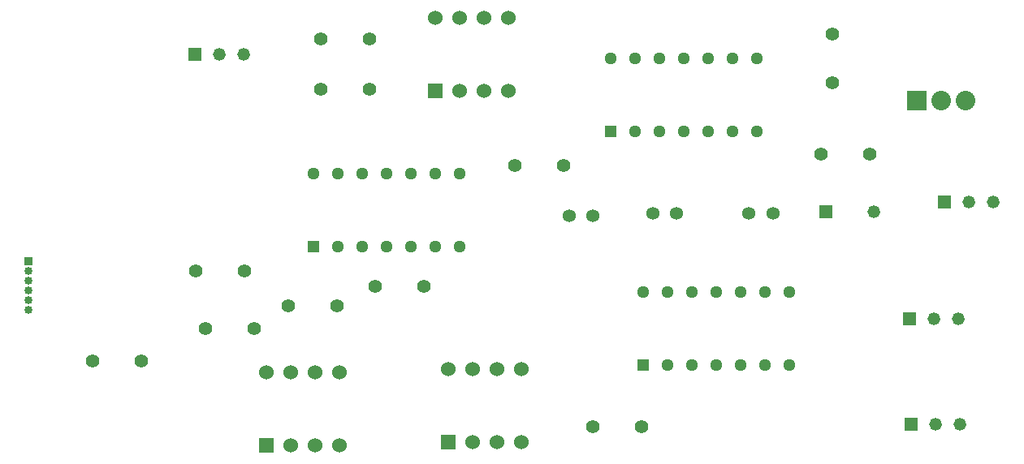
<source format=gbr>
%TF.GenerationSoftware,KiCad,Pcbnew,9.0.4*%
%TF.CreationDate,2025-12-16T09:54:38-07:00*%
%TF.ProjectId,BSPD kicad project,42535044-206b-4696-9361-642070726f6a,rev?*%
%TF.SameCoordinates,Original*%
%TF.FileFunction,Soldermask,Bot*%
%TF.FilePolarity,Negative*%
%FSLAX46Y46*%
G04 Gerber Fmt 4.6, Leading zero omitted, Abs format (unit mm)*
G04 Created by KiCad (PCBNEW 9.0.4) date 2025-12-16 09:54:38*
%MOMM*%
%LPD*%
G01*
G04 APERTURE LIST*
%ADD10C,1.320800*%
%ADD11R,1.320800X1.320800*%
%ADD12R,1.524000X1.524000*%
%ADD13C,1.524000*%
%ADD14R,0.850000X0.850000*%
%ADD15C,0.850000*%
%ADD16C,1.354000*%
%ADD17C,1.400000*%
%ADD18R,2.032000X2.032000*%
%ADD19C,2.032000*%
%ADD20R,1.295400X1.295400*%
%ADD21C,1.295400*%
G04 APERTURE END LIST*
D10*
%TO.C,P4*%
X189540000Y-105740000D03*
X187000000Y-105740000D03*
D11*
X184460000Y-105740000D03*
%TD*%
D12*
%TO.C,U2*%
X117190000Y-107950000D03*
D13*
X119730000Y-107950000D03*
X122270000Y-107950000D03*
X124810000Y-107950000D03*
X124810000Y-100330000D03*
X122270000Y-100330000D03*
X119730000Y-100330000D03*
X117190000Y-100330000D03*
%TD*%
D14*
%TO.C,J1*%
X92400000Y-88740000D03*
D15*
X92400000Y-89740000D03*
X92400000Y-90740000D03*
X92400000Y-91740000D03*
X92400000Y-92740000D03*
X92400000Y-93740000D03*
%TD*%
D16*
%TO.C,C2*%
X167500000Y-83740000D03*
X170000000Y-83740000D03*
%TD*%
D17*
%TO.C,R6*%
X122860000Y-70740000D03*
X127940000Y-70740000D03*
%TD*%
%TO.C,R2VR1*%
X176200000Y-65000000D03*
X176200000Y-70080000D03*
%TD*%
D12*
%TO.C,U4*%
X134780000Y-70960000D03*
D13*
X137320000Y-70960000D03*
X139860000Y-70960000D03*
X142400000Y-70960000D03*
X142400000Y-63340000D03*
X139860000Y-63340000D03*
X137320000Y-63340000D03*
X134780000Y-63340000D03*
%TD*%
D18*
%TO.C,U1*%
X185000000Y-71940000D03*
D19*
X187550000Y-71940000D03*
X190100000Y-71940000D03*
%TD*%
D17*
%TO.C,R2*%
X124540000Y-93340000D03*
X119460000Y-93340000D03*
%TD*%
%TO.C,R3*%
X110860000Y-95740000D03*
X115940000Y-95740000D03*
%TD*%
D11*
%TO.C,C1*%
X175500005Y-83540000D03*
D10*
X180499995Y-83540000D03*
%TD*%
D17*
%TO.C,R1VR1*%
X175060000Y-77540000D03*
X180140000Y-77540000D03*
%TD*%
%TO.C,R8*%
X156340000Y-105940000D03*
X151260000Y-105940000D03*
%TD*%
D20*
%TO.C,U6*%
X156500000Y-99560000D03*
D21*
X159040000Y-99560000D03*
X161580000Y-99560000D03*
X164120000Y-99560000D03*
X166660000Y-99560000D03*
X169200000Y-99560000D03*
X171740000Y-99560000D03*
X171740000Y-91940000D03*
X169200000Y-91940000D03*
X166660000Y-91940000D03*
X164120000Y-91940000D03*
X161580000Y-91940000D03*
X159040000Y-91940000D03*
X156500000Y-91940000D03*
%TD*%
D17*
%TO.C,R7*%
X122860000Y-65540000D03*
X127940000Y-65540000D03*
%TD*%
%TO.C,R5*%
X128520000Y-91340000D03*
X133600000Y-91340000D03*
%TD*%
%TO.C,R1*%
X99060000Y-99140000D03*
X104140000Y-99140000D03*
%TD*%
D20*
%TO.C,U5*%
X122100000Y-87160000D03*
D21*
X124640000Y-87160000D03*
X127180000Y-87160000D03*
X129720000Y-87160000D03*
X132260000Y-87160000D03*
X134800000Y-87160000D03*
X137340000Y-87160000D03*
X137340000Y-79540000D03*
X134800000Y-79540000D03*
X132260000Y-79540000D03*
X129720000Y-79540000D03*
X127180000Y-79540000D03*
X124640000Y-79540000D03*
X122100000Y-79540000D03*
%TD*%
D10*
%TO.C,P1*%
X114800000Y-67140000D03*
X112260000Y-67140000D03*
D11*
X109720000Y-67140000D03*
%TD*%
D16*
%TO.C,C3*%
X148750000Y-83940000D03*
X151250000Y-83940000D03*
%TD*%
%TO.C,C4*%
X157500000Y-83740000D03*
X160000000Y-83740000D03*
%TD*%
D20*
%TO.C,U7*%
X153060000Y-75160000D03*
D21*
X155600000Y-75160000D03*
X158140000Y-75160000D03*
X160680000Y-75160000D03*
X163220000Y-75160000D03*
X165760000Y-75160000D03*
X168300000Y-75160000D03*
X168300000Y-67540000D03*
X165760000Y-67540000D03*
X163220000Y-67540000D03*
X160680000Y-67540000D03*
X158140000Y-67540000D03*
X155600000Y-67540000D03*
X153060000Y-67540000D03*
%TD*%
D10*
%TO.C,P2*%
X193000000Y-82540000D03*
X190460000Y-82540000D03*
D11*
X187920000Y-82540000D03*
%TD*%
D17*
%TO.C,R9*%
X143120000Y-78740000D03*
X148200000Y-78740000D03*
%TD*%
D12*
%TO.C,U3*%
X136190000Y-107550000D03*
D13*
X138730000Y-107550000D03*
X141270000Y-107550000D03*
X143810000Y-107550000D03*
X143810000Y-99930000D03*
X141270000Y-99930000D03*
X138730000Y-99930000D03*
X136190000Y-99930000D03*
%TD*%
D17*
%TO.C,R4*%
X109860000Y-89740000D03*
X114940000Y-89740000D03*
%TD*%
D10*
%TO.C,P3*%
X189352700Y-94705000D03*
X186812700Y-94705000D03*
D11*
X184272700Y-94705000D03*
%TD*%
M02*

</source>
